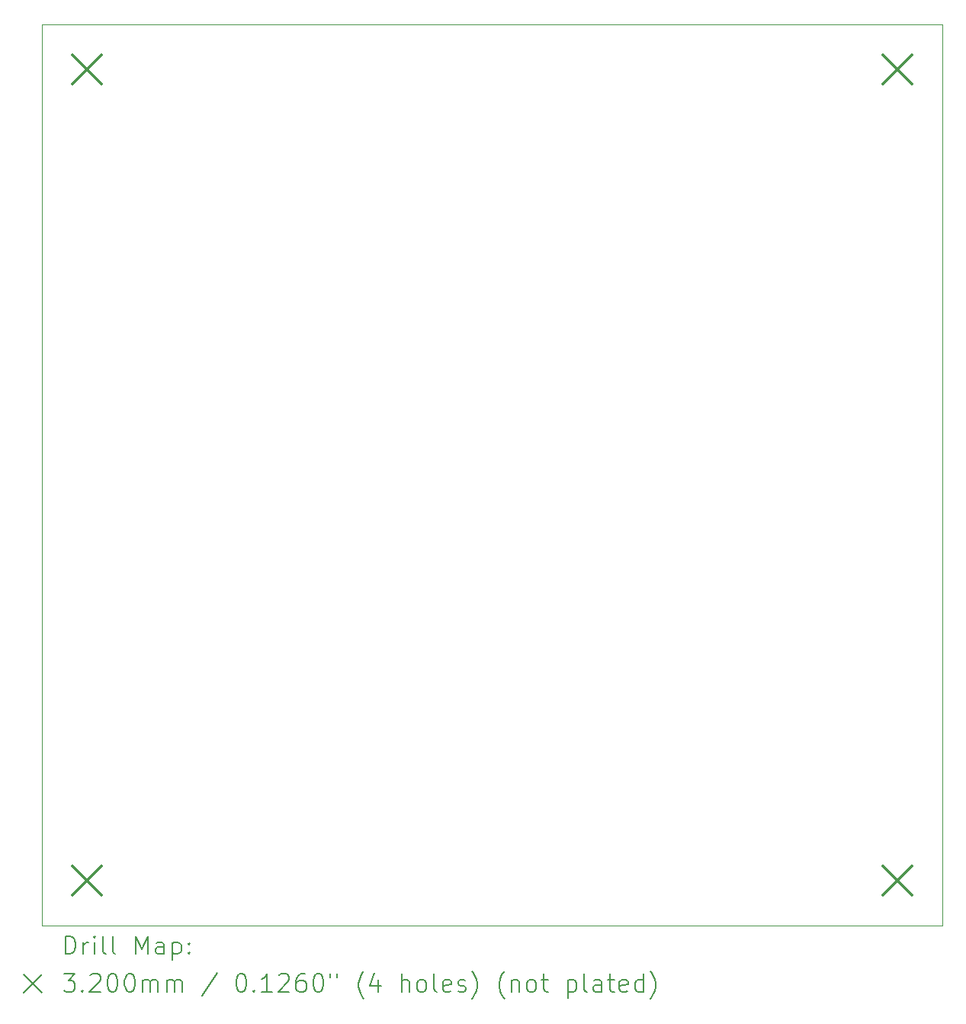
<source format=gbr>
%TF.GenerationSoftware,KiCad,Pcbnew,7.0.11+dfsg-1build4*%
%TF.CreationDate,2025-08-25T21:02:51-05:00*%
%TF.ProjectId,SilentTempController,53696c65-6e74-4546-956d-70436f6e7472,rev?*%
%TF.SameCoordinates,Original*%
%TF.FileFunction,Drillmap*%
%TF.FilePolarity,Positive*%
%FSLAX45Y45*%
G04 Gerber Fmt 4.5, Leading zero omitted, Abs format (unit mm)*
G04 Created by KiCad (PCBNEW 7.0.11+dfsg-1build4) date 2025-08-25 21:02:51*
%MOMM*%
%LPD*%
G01*
G04 APERTURE LIST*
%ADD10C,0.050000*%
%ADD11C,0.200000*%
%ADD12C,0.320000*%
G04 APERTURE END LIST*
D10*
X10000000Y-5000000D02*
X20000000Y-5000000D01*
X20000000Y-15000000D01*
X10000000Y-15000000D01*
X10000000Y-5000000D01*
D11*
D12*
X10340000Y-5340000D02*
X10660000Y-5660000D01*
X10660000Y-5340000D02*
X10340000Y-5660000D01*
X10340000Y-14340000D02*
X10660000Y-14660000D01*
X10660000Y-14340000D02*
X10340000Y-14660000D01*
X19340000Y-5340000D02*
X19660000Y-5660000D01*
X19660000Y-5340000D02*
X19340000Y-5660000D01*
X19340000Y-14340000D02*
X19660000Y-14660000D01*
X19660000Y-14340000D02*
X19340000Y-14660000D01*
D11*
X10258277Y-15313984D02*
X10258277Y-15113984D01*
X10258277Y-15113984D02*
X10305896Y-15113984D01*
X10305896Y-15113984D02*
X10334467Y-15123508D01*
X10334467Y-15123508D02*
X10353515Y-15142555D01*
X10353515Y-15142555D02*
X10363039Y-15161603D01*
X10363039Y-15161603D02*
X10372563Y-15199698D01*
X10372563Y-15199698D02*
X10372563Y-15228269D01*
X10372563Y-15228269D02*
X10363039Y-15266365D01*
X10363039Y-15266365D02*
X10353515Y-15285412D01*
X10353515Y-15285412D02*
X10334467Y-15304460D01*
X10334467Y-15304460D02*
X10305896Y-15313984D01*
X10305896Y-15313984D02*
X10258277Y-15313984D01*
X10458277Y-15313984D02*
X10458277Y-15180650D01*
X10458277Y-15218746D02*
X10467801Y-15199698D01*
X10467801Y-15199698D02*
X10477324Y-15190174D01*
X10477324Y-15190174D02*
X10496372Y-15180650D01*
X10496372Y-15180650D02*
X10515420Y-15180650D01*
X10582086Y-15313984D02*
X10582086Y-15180650D01*
X10582086Y-15113984D02*
X10572563Y-15123508D01*
X10572563Y-15123508D02*
X10582086Y-15133031D01*
X10582086Y-15133031D02*
X10591610Y-15123508D01*
X10591610Y-15123508D02*
X10582086Y-15113984D01*
X10582086Y-15113984D02*
X10582086Y-15133031D01*
X10705896Y-15313984D02*
X10686848Y-15304460D01*
X10686848Y-15304460D02*
X10677324Y-15285412D01*
X10677324Y-15285412D02*
X10677324Y-15113984D01*
X10810658Y-15313984D02*
X10791610Y-15304460D01*
X10791610Y-15304460D02*
X10782086Y-15285412D01*
X10782086Y-15285412D02*
X10782086Y-15113984D01*
X11039229Y-15313984D02*
X11039229Y-15113984D01*
X11039229Y-15113984D02*
X11105896Y-15256841D01*
X11105896Y-15256841D02*
X11172563Y-15113984D01*
X11172563Y-15113984D02*
X11172563Y-15313984D01*
X11353515Y-15313984D02*
X11353515Y-15209222D01*
X11353515Y-15209222D02*
X11343991Y-15190174D01*
X11343991Y-15190174D02*
X11324943Y-15180650D01*
X11324943Y-15180650D02*
X11286848Y-15180650D01*
X11286848Y-15180650D02*
X11267801Y-15190174D01*
X11353515Y-15304460D02*
X11334467Y-15313984D01*
X11334467Y-15313984D02*
X11286848Y-15313984D01*
X11286848Y-15313984D02*
X11267801Y-15304460D01*
X11267801Y-15304460D02*
X11258277Y-15285412D01*
X11258277Y-15285412D02*
X11258277Y-15266365D01*
X11258277Y-15266365D02*
X11267801Y-15247317D01*
X11267801Y-15247317D02*
X11286848Y-15237793D01*
X11286848Y-15237793D02*
X11334467Y-15237793D01*
X11334467Y-15237793D02*
X11353515Y-15228269D01*
X11448753Y-15180650D02*
X11448753Y-15380650D01*
X11448753Y-15190174D02*
X11467801Y-15180650D01*
X11467801Y-15180650D02*
X11505896Y-15180650D01*
X11505896Y-15180650D02*
X11524943Y-15190174D01*
X11524943Y-15190174D02*
X11534467Y-15199698D01*
X11534467Y-15199698D02*
X11543991Y-15218746D01*
X11543991Y-15218746D02*
X11543991Y-15275888D01*
X11543991Y-15275888D02*
X11534467Y-15294936D01*
X11534467Y-15294936D02*
X11524943Y-15304460D01*
X11524943Y-15304460D02*
X11505896Y-15313984D01*
X11505896Y-15313984D02*
X11467801Y-15313984D01*
X11467801Y-15313984D02*
X11448753Y-15304460D01*
X11629705Y-15294936D02*
X11639229Y-15304460D01*
X11639229Y-15304460D02*
X11629705Y-15313984D01*
X11629705Y-15313984D02*
X11620182Y-15304460D01*
X11620182Y-15304460D02*
X11629705Y-15294936D01*
X11629705Y-15294936D02*
X11629705Y-15313984D01*
X11629705Y-15190174D02*
X11639229Y-15199698D01*
X11639229Y-15199698D02*
X11629705Y-15209222D01*
X11629705Y-15209222D02*
X11620182Y-15199698D01*
X11620182Y-15199698D02*
X11629705Y-15190174D01*
X11629705Y-15190174D02*
X11629705Y-15209222D01*
X9797500Y-15542500D02*
X9997500Y-15742500D01*
X9997500Y-15542500D02*
X9797500Y-15742500D01*
X10239229Y-15533984D02*
X10363039Y-15533984D01*
X10363039Y-15533984D02*
X10296372Y-15610174D01*
X10296372Y-15610174D02*
X10324944Y-15610174D01*
X10324944Y-15610174D02*
X10343991Y-15619698D01*
X10343991Y-15619698D02*
X10353515Y-15629222D01*
X10353515Y-15629222D02*
X10363039Y-15648269D01*
X10363039Y-15648269D02*
X10363039Y-15695888D01*
X10363039Y-15695888D02*
X10353515Y-15714936D01*
X10353515Y-15714936D02*
X10343991Y-15724460D01*
X10343991Y-15724460D02*
X10324944Y-15733984D01*
X10324944Y-15733984D02*
X10267801Y-15733984D01*
X10267801Y-15733984D02*
X10248753Y-15724460D01*
X10248753Y-15724460D02*
X10239229Y-15714936D01*
X10448753Y-15714936D02*
X10458277Y-15724460D01*
X10458277Y-15724460D02*
X10448753Y-15733984D01*
X10448753Y-15733984D02*
X10439229Y-15724460D01*
X10439229Y-15724460D02*
X10448753Y-15714936D01*
X10448753Y-15714936D02*
X10448753Y-15733984D01*
X10534467Y-15553031D02*
X10543991Y-15543508D01*
X10543991Y-15543508D02*
X10563039Y-15533984D01*
X10563039Y-15533984D02*
X10610658Y-15533984D01*
X10610658Y-15533984D02*
X10629705Y-15543508D01*
X10629705Y-15543508D02*
X10639229Y-15553031D01*
X10639229Y-15553031D02*
X10648753Y-15572079D01*
X10648753Y-15572079D02*
X10648753Y-15591127D01*
X10648753Y-15591127D02*
X10639229Y-15619698D01*
X10639229Y-15619698D02*
X10524944Y-15733984D01*
X10524944Y-15733984D02*
X10648753Y-15733984D01*
X10772563Y-15533984D02*
X10791610Y-15533984D01*
X10791610Y-15533984D02*
X10810658Y-15543508D01*
X10810658Y-15543508D02*
X10820182Y-15553031D01*
X10820182Y-15553031D02*
X10829705Y-15572079D01*
X10829705Y-15572079D02*
X10839229Y-15610174D01*
X10839229Y-15610174D02*
X10839229Y-15657793D01*
X10839229Y-15657793D02*
X10829705Y-15695888D01*
X10829705Y-15695888D02*
X10820182Y-15714936D01*
X10820182Y-15714936D02*
X10810658Y-15724460D01*
X10810658Y-15724460D02*
X10791610Y-15733984D01*
X10791610Y-15733984D02*
X10772563Y-15733984D01*
X10772563Y-15733984D02*
X10753515Y-15724460D01*
X10753515Y-15724460D02*
X10743991Y-15714936D01*
X10743991Y-15714936D02*
X10734467Y-15695888D01*
X10734467Y-15695888D02*
X10724944Y-15657793D01*
X10724944Y-15657793D02*
X10724944Y-15610174D01*
X10724944Y-15610174D02*
X10734467Y-15572079D01*
X10734467Y-15572079D02*
X10743991Y-15553031D01*
X10743991Y-15553031D02*
X10753515Y-15543508D01*
X10753515Y-15543508D02*
X10772563Y-15533984D01*
X10963039Y-15533984D02*
X10982086Y-15533984D01*
X10982086Y-15533984D02*
X11001134Y-15543508D01*
X11001134Y-15543508D02*
X11010658Y-15553031D01*
X11010658Y-15553031D02*
X11020182Y-15572079D01*
X11020182Y-15572079D02*
X11029705Y-15610174D01*
X11029705Y-15610174D02*
X11029705Y-15657793D01*
X11029705Y-15657793D02*
X11020182Y-15695888D01*
X11020182Y-15695888D02*
X11010658Y-15714936D01*
X11010658Y-15714936D02*
X11001134Y-15724460D01*
X11001134Y-15724460D02*
X10982086Y-15733984D01*
X10982086Y-15733984D02*
X10963039Y-15733984D01*
X10963039Y-15733984D02*
X10943991Y-15724460D01*
X10943991Y-15724460D02*
X10934467Y-15714936D01*
X10934467Y-15714936D02*
X10924944Y-15695888D01*
X10924944Y-15695888D02*
X10915420Y-15657793D01*
X10915420Y-15657793D02*
X10915420Y-15610174D01*
X10915420Y-15610174D02*
X10924944Y-15572079D01*
X10924944Y-15572079D02*
X10934467Y-15553031D01*
X10934467Y-15553031D02*
X10943991Y-15543508D01*
X10943991Y-15543508D02*
X10963039Y-15533984D01*
X11115420Y-15733984D02*
X11115420Y-15600650D01*
X11115420Y-15619698D02*
X11124944Y-15610174D01*
X11124944Y-15610174D02*
X11143991Y-15600650D01*
X11143991Y-15600650D02*
X11172563Y-15600650D01*
X11172563Y-15600650D02*
X11191610Y-15610174D01*
X11191610Y-15610174D02*
X11201134Y-15629222D01*
X11201134Y-15629222D02*
X11201134Y-15733984D01*
X11201134Y-15629222D02*
X11210658Y-15610174D01*
X11210658Y-15610174D02*
X11229705Y-15600650D01*
X11229705Y-15600650D02*
X11258277Y-15600650D01*
X11258277Y-15600650D02*
X11277324Y-15610174D01*
X11277324Y-15610174D02*
X11286848Y-15629222D01*
X11286848Y-15629222D02*
X11286848Y-15733984D01*
X11382086Y-15733984D02*
X11382086Y-15600650D01*
X11382086Y-15619698D02*
X11391610Y-15610174D01*
X11391610Y-15610174D02*
X11410658Y-15600650D01*
X11410658Y-15600650D02*
X11439229Y-15600650D01*
X11439229Y-15600650D02*
X11458277Y-15610174D01*
X11458277Y-15610174D02*
X11467801Y-15629222D01*
X11467801Y-15629222D02*
X11467801Y-15733984D01*
X11467801Y-15629222D02*
X11477324Y-15610174D01*
X11477324Y-15610174D02*
X11496372Y-15600650D01*
X11496372Y-15600650D02*
X11524943Y-15600650D01*
X11524943Y-15600650D02*
X11543991Y-15610174D01*
X11543991Y-15610174D02*
X11553515Y-15629222D01*
X11553515Y-15629222D02*
X11553515Y-15733984D01*
X11943991Y-15524460D02*
X11772563Y-15781603D01*
X12201134Y-15533984D02*
X12220182Y-15533984D01*
X12220182Y-15533984D02*
X12239229Y-15543508D01*
X12239229Y-15543508D02*
X12248753Y-15553031D01*
X12248753Y-15553031D02*
X12258277Y-15572079D01*
X12258277Y-15572079D02*
X12267801Y-15610174D01*
X12267801Y-15610174D02*
X12267801Y-15657793D01*
X12267801Y-15657793D02*
X12258277Y-15695888D01*
X12258277Y-15695888D02*
X12248753Y-15714936D01*
X12248753Y-15714936D02*
X12239229Y-15724460D01*
X12239229Y-15724460D02*
X12220182Y-15733984D01*
X12220182Y-15733984D02*
X12201134Y-15733984D01*
X12201134Y-15733984D02*
X12182086Y-15724460D01*
X12182086Y-15724460D02*
X12172563Y-15714936D01*
X12172563Y-15714936D02*
X12163039Y-15695888D01*
X12163039Y-15695888D02*
X12153515Y-15657793D01*
X12153515Y-15657793D02*
X12153515Y-15610174D01*
X12153515Y-15610174D02*
X12163039Y-15572079D01*
X12163039Y-15572079D02*
X12172563Y-15553031D01*
X12172563Y-15553031D02*
X12182086Y-15543508D01*
X12182086Y-15543508D02*
X12201134Y-15533984D01*
X12353515Y-15714936D02*
X12363039Y-15724460D01*
X12363039Y-15724460D02*
X12353515Y-15733984D01*
X12353515Y-15733984D02*
X12343991Y-15724460D01*
X12343991Y-15724460D02*
X12353515Y-15714936D01*
X12353515Y-15714936D02*
X12353515Y-15733984D01*
X12553515Y-15733984D02*
X12439229Y-15733984D01*
X12496372Y-15733984D02*
X12496372Y-15533984D01*
X12496372Y-15533984D02*
X12477325Y-15562555D01*
X12477325Y-15562555D02*
X12458277Y-15581603D01*
X12458277Y-15581603D02*
X12439229Y-15591127D01*
X12629706Y-15553031D02*
X12639229Y-15543508D01*
X12639229Y-15543508D02*
X12658277Y-15533984D01*
X12658277Y-15533984D02*
X12705896Y-15533984D01*
X12705896Y-15533984D02*
X12724944Y-15543508D01*
X12724944Y-15543508D02*
X12734467Y-15553031D01*
X12734467Y-15553031D02*
X12743991Y-15572079D01*
X12743991Y-15572079D02*
X12743991Y-15591127D01*
X12743991Y-15591127D02*
X12734467Y-15619698D01*
X12734467Y-15619698D02*
X12620182Y-15733984D01*
X12620182Y-15733984D02*
X12743991Y-15733984D01*
X12915420Y-15533984D02*
X12877325Y-15533984D01*
X12877325Y-15533984D02*
X12858277Y-15543508D01*
X12858277Y-15543508D02*
X12848753Y-15553031D01*
X12848753Y-15553031D02*
X12829706Y-15581603D01*
X12829706Y-15581603D02*
X12820182Y-15619698D01*
X12820182Y-15619698D02*
X12820182Y-15695888D01*
X12820182Y-15695888D02*
X12829706Y-15714936D01*
X12829706Y-15714936D02*
X12839229Y-15724460D01*
X12839229Y-15724460D02*
X12858277Y-15733984D01*
X12858277Y-15733984D02*
X12896372Y-15733984D01*
X12896372Y-15733984D02*
X12915420Y-15724460D01*
X12915420Y-15724460D02*
X12924944Y-15714936D01*
X12924944Y-15714936D02*
X12934467Y-15695888D01*
X12934467Y-15695888D02*
X12934467Y-15648269D01*
X12934467Y-15648269D02*
X12924944Y-15629222D01*
X12924944Y-15629222D02*
X12915420Y-15619698D01*
X12915420Y-15619698D02*
X12896372Y-15610174D01*
X12896372Y-15610174D02*
X12858277Y-15610174D01*
X12858277Y-15610174D02*
X12839229Y-15619698D01*
X12839229Y-15619698D02*
X12829706Y-15629222D01*
X12829706Y-15629222D02*
X12820182Y-15648269D01*
X13058277Y-15533984D02*
X13077325Y-15533984D01*
X13077325Y-15533984D02*
X13096372Y-15543508D01*
X13096372Y-15543508D02*
X13105896Y-15553031D01*
X13105896Y-15553031D02*
X13115420Y-15572079D01*
X13115420Y-15572079D02*
X13124944Y-15610174D01*
X13124944Y-15610174D02*
X13124944Y-15657793D01*
X13124944Y-15657793D02*
X13115420Y-15695888D01*
X13115420Y-15695888D02*
X13105896Y-15714936D01*
X13105896Y-15714936D02*
X13096372Y-15724460D01*
X13096372Y-15724460D02*
X13077325Y-15733984D01*
X13077325Y-15733984D02*
X13058277Y-15733984D01*
X13058277Y-15733984D02*
X13039229Y-15724460D01*
X13039229Y-15724460D02*
X13029706Y-15714936D01*
X13029706Y-15714936D02*
X13020182Y-15695888D01*
X13020182Y-15695888D02*
X13010658Y-15657793D01*
X13010658Y-15657793D02*
X13010658Y-15610174D01*
X13010658Y-15610174D02*
X13020182Y-15572079D01*
X13020182Y-15572079D02*
X13029706Y-15553031D01*
X13029706Y-15553031D02*
X13039229Y-15543508D01*
X13039229Y-15543508D02*
X13058277Y-15533984D01*
X13201134Y-15533984D02*
X13201134Y-15572079D01*
X13277325Y-15533984D02*
X13277325Y-15572079D01*
X13572563Y-15810174D02*
X13563039Y-15800650D01*
X13563039Y-15800650D02*
X13543991Y-15772079D01*
X13543991Y-15772079D02*
X13534468Y-15753031D01*
X13534468Y-15753031D02*
X13524944Y-15724460D01*
X13524944Y-15724460D02*
X13515420Y-15676841D01*
X13515420Y-15676841D02*
X13515420Y-15638746D01*
X13515420Y-15638746D02*
X13524944Y-15591127D01*
X13524944Y-15591127D02*
X13534468Y-15562555D01*
X13534468Y-15562555D02*
X13543991Y-15543508D01*
X13543991Y-15543508D02*
X13563039Y-15514936D01*
X13563039Y-15514936D02*
X13572563Y-15505412D01*
X13734468Y-15600650D02*
X13734468Y-15733984D01*
X13686848Y-15524460D02*
X13639229Y-15667317D01*
X13639229Y-15667317D02*
X13763039Y-15667317D01*
X13991610Y-15733984D02*
X13991610Y-15533984D01*
X14077325Y-15733984D02*
X14077325Y-15629222D01*
X14077325Y-15629222D02*
X14067801Y-15610174D01*
X14067801Y-15610174D02*
X14048753Y-15600650D01*
X14048753Y-15600650D02*
X14020182Y-15600650D01*
X14020182Y-15600650D02*
X14001134Y-15610174D01*
X14001134Y-15610174D02*
X13991610Y-15619698D01*
X14201134Y-15733984D02*
X14182087Y-15724460D01*
X14182087Y-15724460D02*
X14172563Y-15714936D01*
X14172563Y-15714936D02*
X14163039Y-15695888D01*
X14163039Y-15695888D02*
X14163039Y-15638746D01*
X14163039Y-15638746D02*
X14172563Y-15619698D01*
X14172563Y-15619698D02*
X14182087Y-15610174D01*
X14182087Y-15610174D02*
X14201134Y-15600650D01*
X14201134Y-15600650D02*
X14229706Y-15600650D01*
X14229706Y-15600650D02*
X14248753Y-15610174D01*
X14248753Y-15610174D02*
X14258277Y-15619698D01*
X14258277Y-15619698D02*
X14267801Y-15638746D01*
X14267801Y-15638746D02*
X14267801Y-15695888D01*
X14267801Y-15695888D02*
X14258277Y-15714936D01*
X14258277Y-15714936D02*
X14248753Y-15724460D01*
X14248753Y-15724460D02*
X14229706Y-15733984D01*
X14229706Y-15733984D02*
X14201134Y-15733984D01*
X14382087Y-15733984D02*
X14363039Y-15724460D01*
X14363039Y-15724460D02*
X14353515Y-15705412D01*
X14353515Y-15705412D02*
X14353515Y-15533984D01*
X14534468Y-15724460D02*
X14515420Y-15733984D01*
X14515420Y-15733984D02*
X14477325Y-15733984D01*
X14477325Y-15733984D02*
X14458277Y-15724460D01*
X14458277Y-15724460D02*
X14448753Y-15705412D01*
X14448753Y-15705412D02*
X14448753Y-15629222D01*
X14448753Y-15629222D02*
X14458277Y-15610174D01*
X14458277Y-15610174D02*
X14477325Y-15600650D01*
X14477325Y-15600650D02*
X14515420Y-15600650D01*
X14515420Y-15600650D02*
X14534468Y-15610174D01*
X14534468Y-15610174D02*
X14543991Y-15629222D01*
X14543991Y-15629222D02*
X14543991Y-15648269D01*
X14543991Y-15648269D02*
X14448753Y-15667317D01*
X14620182Y-15724460D02*
X14639230Y-15733984D01*
X14639230Y-15733984D02*
X14677325Y-15733984D01*
X14677325Y-15733984D02*
X14696372Y-15724460D01*
X14696372Y-15724460D02*
X14705896Y-15705412D01*
X14705896Y-15705412D02*
X14705896Y-15695888D01*
X14705896Y-15695888D02*
X14696372Y-15676841D01*
X14696372Y-15676841D02*
X14677325Y-15667317D01*
X14677325Y-15667317D02*
X14648753Y-15667317D01*
X14648753Y-15667317D02*
X14629706Y-15657793D01*
X14629706Y-15657793D02*
X14620182Y-15638746D01*
X14620182Y-15638746D02*
X14620182Y-15629222D01*
X14620182Y-15629222D02*
X14629706Y-15610174D01*
X14629706Y-15610174D02*
X14648753Y-15600650D01*
X14648753Y-15600650D02*
X14677325Y-15600650D01*
X14677325Y-15600650D02*
X14696372Y-15610174D01*
X14772563Y-15810174D02*
X14782087Y-15800650D01*
X14782087Y-15800650D02*
X14801134Y-15772079D01*
X14801134Y-15772079D02*
X14810658Y-15753031D01*
X14810658Y-15753031D02*
X14820182Y-15724460D01*
X14820182Y-15724460D02*
X14829706Y-15676841D01*
X14829706Y-15676841D02*
X14829706Y-15638746D01*
X14829706Y-15638746D02*
X14820182Y-15591127D01*
X14820182Y-15591127D02*
X14810658Y-15562555D01*
X14810658Y-15562555D02*
X14801134Y-15543508D01*
X14801134Y-15543508D02*
X14782087Y-15514936D01*
X14782087Y-15514936D02*
X14772563Y-15505412D01*
X15134468Y-15810174D02*
X15124944Y-15800650D01*
X15124944Y-15800650D02*
X15105896Y-15772079D01*
X15105896Y-15772079D02*
X15096372Y-15753031D01*
X15096372Y-15753031D02*
X15086849Y-15724460D01*
X15086849Y-15724460D02*
X15077325Y-15676841D01*
X15077325Y-15676841D02*
X15077325Y-15638746D01*
X15077325Y-15638746D02*
X15086849Y-15591127D01*
X15086849Y-15591127D02*
X15096372Y-15562555D01*
X15096372Y-15562555D02*
X15105896Y-15543508D01*
X15105896Y-15543508D02*
X15124944Y-15514936D01*
X15124944Y-15514936D02*
X15134468Y-15505412D01*
X15210658Y-15600650D02*
X15210658Y-15733984D01*
X15210658Y-15619698D02*
X15220182Y-15610174D01*
X15220182Y-15610174D02*
X15239230Y-15600650D01*
X15239230Y-15600650D02*
X15267801Y-15600650D01*
X15267801Y-15600650D02*
X15286849Y-15610174D01*
X15286849Y-15610174D02*
X15296372Y-15629222D01*
X15296372Y-15629222D02*
X15296372Y-15733984D01*
X15420182Y-15733984D02*
X15401134Y-15724460D01*
X15401134Y-15724460D02*
X15391611Y-15714936D01*
X15391611Y-15714936D02*
X15382087Y-15695888D01*
X15382087Y-15695888D02*
X15382087Y-15638746D01*
X15382087Y-15638746D02*
X15391611Y-15619698D01*
X15391611Y-15619698D02*
X15401134Y-15610174D01*
X15401134Y-15610174D02*
X15420182Y-15600650D01*
X15420182Y-15600650D02*
X15448753Y-15600650D01*
X15448753Y-15600650D02*
X15467801Y-15610174D01*
X15467801Y-15610174D02*
X15477325Y-15619698D01*
X15477325Y-15619698D02*
X15486849Y-15638746D01*
X15486849Y-15638746D02*
X15486849Y-15695888D01*
X15486849Y-15695888D02*
X15477325Y-15714936D01*
X15477325Y-15714936D02*
X15467801Y-15724460D01*
X15467801Y-15724460D02*
X15448753Y-15733984D01*
X15448753Y-15733984D02*
X15420182Y-15733984D01*
X15543992Y-15600650D02*
X15620182Y-15600650D01*
X15572563Y-15533984D02*
X15572563Y-15705412D01*
X15572563Y-15705412D02*
X15582087Y-15724460D01*
X15582087Y-15724460D02*
X15601134Y-15733984D01*
X15601134Y-15733984D02*
X15620182Y-15733984D01*
X15839230Y-15600650D02*
X15839230Y-15800650D01*
X15839230Y-15610174D02*
X15858277Y-15600650D01*
X15858277Y-15600650D02*
X15896373Y-15600650D01*
X15896373Y-15600650D02*
X15915420Y-15610174D01*
X15915420Y-15610174D02*
X15924944Y-15619698D01*
X15924944Y-15619698D02*
X15934468Y-15638746D01*
X15934468Y-15638746D02*
X15934468Y-15695888D01*
X15934468Y-15695888D02*
X15924944Y-15714936D01*
X15924944Y-15714936D02*
X15915420Y-15724460D01*
X15915420Y-15724460D02*
X15896373Y-15733984D01*
X15896373Y-15733984D02*
X15858277Y-15733984D01*
X15858277Y-15733984D02*
X15839230Y-15724460D01*
X16048753Y-15733984D02*
X16029706Y-15724460D01*
X16029706Y-15724460D02*
X16020182Y-15705412D01*
X16020182Y-15705412D02*
X16020182Y-15533984D01*
X16210658Y-15733984D02*
X16210658Y-15629222D01*
X16210658Y-15629222D02*
X16201134Y-15610174D01*
X16201134Y-15610174D02*
X16182087Y-15600650D01*
X16182087Y-15600650D02*
X16143992Y-15600650D01*
X16143992Y-15600650D02*
X16124944Y-15610174D01*
X16210658Y-15724460D02*
X16191611Y-15733984D01*
X16191611Y-15733984D02*
X16143992Y-15733984D01*
X16143992Y-15733984D02*
X16124944Y-15724460D01*
X16124944Y-15724460D02*
X16115420Y-15705412D01*
X16115420Y-15705412D02*
X16115420Y-15686365D01*
X16115420Y-15686365D02*
X16124944Y-15667317D01*
X16124944Y-15667317D02*
X16143992Y-15657793D01*
X16143992Y-15657793D02*
X16191611Y-15657793D01*
X16191611Y-15657793D02*
X16210658Y-15648269D01*
X16277325Y-15600650D02*
X16353515Y-15600650D01*
X16305896Y-15533984D02*
X16305896Y-15705412D01*
X16305896Y-15705412D02*
X16315420Y-15724460D01*
X16315420Y-15724460D02*
X16334468Y-15733984D01*
X16334468Y-15733984D02*
X16353515Y-15733984D01*
X16496373Y-15724460D02*
X16477325Y-15733984D01*
X16477325Y-15733984D02*
X16439230Y-15733984D01*
X16439230Y-15733984D02*
X16420182Y-15724460D01*
X16420182Y-15724460D02*
X16410658Y-15705412D01*
X16410658Y-15705412D02*
X16410658Y-15629222D01*
X16410658Y-15629222D02*
X16420182Y-15610174D01*
X16420182Y-15610174D02*
X16439230Y-15600650D01*
X16439230Y-15600650D02*
X16477325Y-15600650D01*
X16477325Y-15600650D02*
X16496373Y-15610174D01*
X16496373Y-15610174D02*
X16505896Y-15629222D01*
X16505896Y-15629222D02*
X16505896Y-15648269D01*
X16505896Y-15648269D02*
X16410658Y-15667317D01*
X16677325Y-15733984D02*
X16677325Y-15533984D01*
X16677325Y-15724460D02*
X16658277Y-15733984D01*
X16658277Y-15733984D02*
X16620182Y-15733984D01*
X16620182Y-15733984D02*
X16601134Y-15724460D01*
X16601134Y-15724460D02*
X16591611Y-15714936D01*
X16591611Y-15714936D02*
X16582087Y-15695888D01*
X16582087Y-15695888D02*
X16582087Y-15638746D01*
X16582087Y-15638746D02*
X16591611Y-15619698D01*
X16591611Y-15619698D02*
X16601134Y-15610174D01*
X16601134Y-15610174D02*
X16620182Y-15600650D01*
X16620182Y-15600650D02*
X16658277Y-15600650D01*
X16658277Y-15600650D02*
X16677325Y-15610174D01*
X16753515Y-15810174D02*
X16763039Y-15800650D01*
X16763039Y-15800650D02*
X16782087Y-15772079D01*
X16782087Y-15772079D02*
X16791611Y-15753031D01*
X16791611Y-15753031D02*
X16801135Y-15724460D01*
X16801135Y-15724460D02*
X16810658Y-15676841D01*
X16810658Y-15676841D02*
X16810658Y-15638746D01*
X16810658Y-15638746D02*
X16801135Y-15591127D01*
X16801135Y-15591127D02*
X16791611Y-15562555D01*
X16791611Y-15562555D02*
X16782087Y-15543508D01*
X16782087Y-15543508D02*
X16763039Y-15514936D01*
X16763039Y-15514936D02*
X16753515Y-15505412D01*
M02*

</source>
